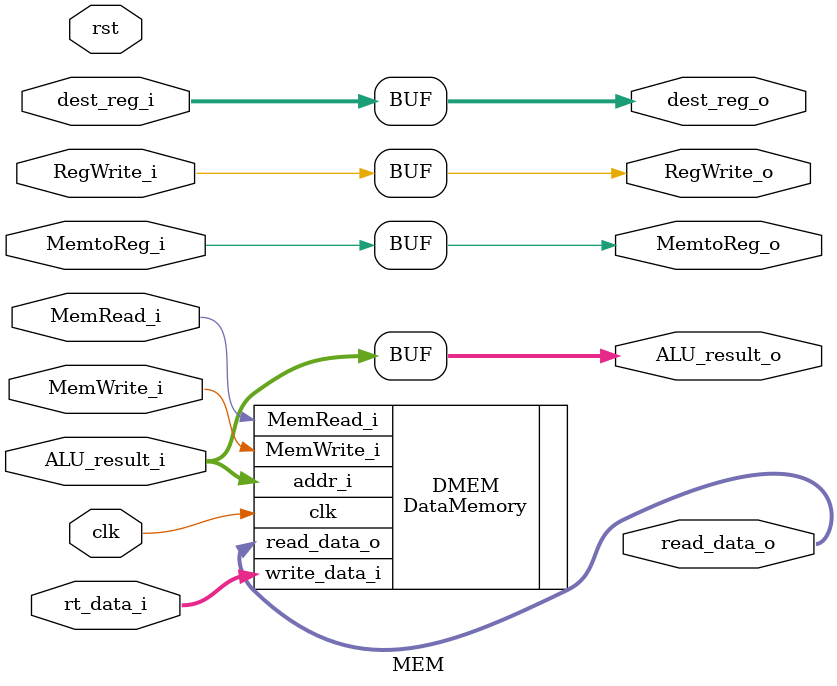
<source format=v>

module MEM(
    input         clk,
    input         rst,

    // ===== EX/MEM pipeline inputs =====
    input         RegWrite_i,
    input         MemtoReg_i,
    input         MemRead_i,
    input         MemWrite_i,

    input  [31:0] ALU_result_i,   // memory address
    input  [31:0] rt_data_i,      // sw data
    input  [4:0]  dest_reg_i,     // ¼g¦^ªº¼È¦s¾¹½s¸¹

    // ===== outputs to MEM/WB pipeline =====
    output        RegWrite_o,     // ¤À¤@±øµ¹forwarding unit §iª¾³oÃä¦³¸ê®Æ­n¼g¦^, ¤@±øµ¹MEM/WB
    output        MemtoReg_o,     // Ä~Äò©¹¤U¶Ç¨ì WB ¶¥¬qªº mux ±±¨î ¨Ó¦Û°O¾ÐÅéÁÙ¬O ALU (ALU(0) / Memory(1, lw))
    output [31:0] read_data_o,    // lw data, ¥u¦³ MemRead=1 ®É¤~·|Åª
    output [31:0] ALU_result_o,   // bypass ¨ì WB ¥H¤Î forwarding®É»Ý­n
    output [4:0]  dest_reg_o      // to MEM/WB and forwarding unit
);

// =====================================
// DataMemory (lw / sw)
// =====================================
DataMemory DMEM(
    .clk        (clk),
    .MemRead_i  (MemRead_i),
    .MemWrite_i (MemWrite_i),
    .addr_i     (ALU_result_i),
    .write_data_i (rt_data_i),   // sw ªº¸ê®Æ
    .read_data_o  (read_data_o)  // lw ªº¸ê®Æ
);

// =====================================
// Pass signals to MEM/WB and forwarding unit
// =====================================
assign RegWrite_o   = RegWrite_i;       // to MEM/WB and forwarding unit
assign MemtoReg_o   = MemtoReg_i;       // to MEM/WB
assign ALU_result_o = ALU_result_i;     // to MEM/WB and forwarding unit and ALU mux
assign dest_reg_o   = dest_reg_i;       // to MEM/WB and forwarding unit

endmodule

</source>
